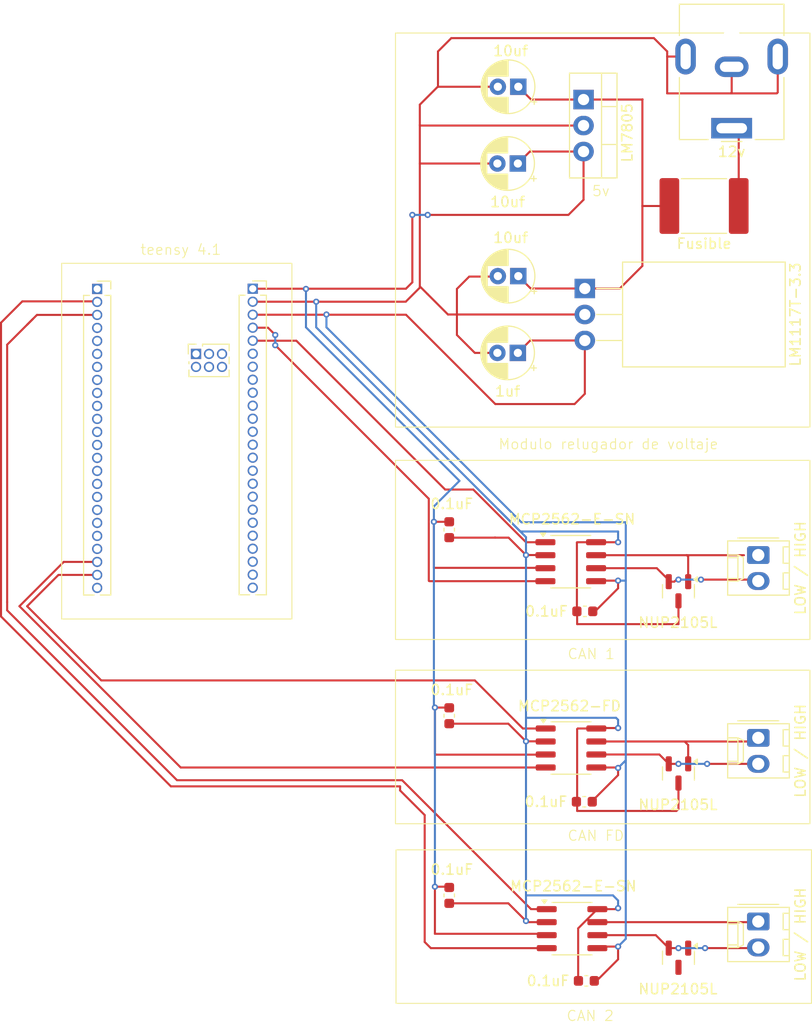
<source format=kicad_pcb>
(kicad_pcb (version 20240108) (generator "pcbnew") (generator_version "8.0")
  (layers (0 "F.Cu" signal) (31 "B.Cu" signal) (34 "B.Paste" user) (35 "F.Paste" user) (36 "B.SilkS" user "B.Silkscreen") (37 "F.SilkS" user "F.Silkscreen") (38 "B.Mask" user) (39 "F.Mask" user) (44 "Edge.Cuts" user))
  (net 0 "")
  (net 1 "unconnected-(U1-TXD-Pad1)")
  (net 2 "unconnected-(U1-Vio-Pad5)")
  (net 3 "unconnected-(U1-CANH-Pad7)")
  (net 4 "unconnected-(U1-RXD-Pad4)")
  (net 5 "unconnected-(U1-CANL-Pad6)")
  (net 6 "unconnected-(U1-STBY-Pad8)")
  (net 8 "unconnected-(U1-VDD-Pad3)")
  (net 9 "unconnected-(D1-K-Pad1)")
  (net 10 "unconnected-(D1-K-Pad2)")
  (net 11 "unconnected-(D1-A-Pad3)")
  (footprint "Connector_Molex:Molex_KK-254_AE-6410-02A_1x02_P2.54mm_Vertical" (layer "F.Cu") (at 177.2 97.86 -90)
    (property "Reference" "LOW / HIGH" (at 1.27 -4.12 90) (layer "F.SilkS"))
    (property "Value" "Molex_KK-254_AE-6410-02A_1x02_P2.54mm_Vertical" (hide yes))
    (pad "1" thru_hole roundrect (at 0 0 270) (size 1.74 2.19) (drill 1.19) (layers "*.Cu" "*.Mask") (roundrect_rratio 0.143678))
    (pad "2" thru_hole oval (at 2.54 0 270) (size 1.74 2.19) (drill 1.19) (layers "*.Cu" "*.Mask"))
  )
  (footprint "Capacitor_THT:CP_Radial_D5.0mm_P2.00mm" (layer "F.Cu") (at 153.705113 41.75 180)
    (property "Reference" "10uf" (at 1 -3.75 180) (layer "F.SilkS"))
    (property "Value" "CP_Radial_D5.0mm_P2.00mm" (hide yes))
    (pad "1" thru_hole rect (at 0 0 180) (size 1.6 1.6) (drill 0.8) (layers "*.Cu" "*.Mask"))
    (pad "2" thru_hole circle (at 2 0 180) (size 1.6 1.6) (drill 0.8) (layers "*.Cu" "*.Mask"))
  )
  (footprint "Package_TO_SOT_SMD:SOT-23" (layer "F.Cu") (at 169.4 119.3375 -90)
    (property "Reference" "NUP2105L" (at 3.0625 0.05 180) (layer "F.SilkS"))
    (property "Value" "")
    (pad "1" smd roundrect (at -0.9375 -0.95 270) (size 1.475 0.6) (layers "F.Cu" "F.Paste" "F.Mask"))
    (pad "2" smd roundrect (at -0.9375 0.95 270) (size 1.475 0.6) (layers "F.Cu" "F.Paste" "F.Mask"))
    (pad "3" smd roundrect (at 0.9375 0 270) (size 1.475 0.6) (layers "F.Cu" "F.Paste" "F.Mask"))
  )
  (footprint "Connector_Molex:Molex_KK-254_AE-6410-02A_1x02_P2.54mm_Vertical" (layer "F.Cu") (at 177.2 115.8 -90)
    (property "Reference" "LOW / HIGH" (at 1.27 -4.12 90) (layer "F.SilkS"))
    (property "Value" "Molex_KK-254_AE-6410-02A_1x02_P2.54mm_Vertical" (hide yes))
    (pad "1" thru_hole roundrect (at 0 0 270) (size 1.74 2.19) (drill 1.19) (layers "*.Cu" "*.Mask") (roundrect_rratio 0.143678))
    (pad "2" thru_hole oval (at 2.54 0 270) (size 1.74 2.19) (drill 1.19) (layers "*.Cu" "*.Mask"))
  )
  (footprint "Capacitor_THT:CP_Radial_D5.0mm_P2.00mm" (layer "F.Cu") (at 153.75 34.25 180)
    (property "Reference" "10uf" (at 0.75 3.5 180) (layer "F.SilkS"))
    (property "Value" "CP_Radial_D5.0mm_P2.00mm" (hide yes))
    (pad "1" thru_hole rect (at 0 0 180) (size 1.6 1.6) (drill 0.8) (layers "*.Cu" "*.Mask"))
    (pad "2" thru_hole circle (at 2 0 180) (size 1.6 1.6) (drill 0.8) (layers "*.Cu" "*.Mask"))
  )
  (footprint "Capacitor_THT:CP_Radial_D5.0mm_P2.00mm" (layer "F.Cu") (at 153.705113 60.25 180)
    (property "Reference" "1uf" (at 1 -3.75 180) (layer "F.SilkS"))
    (property "Value" "CP_Radial_D5.0mm_P2.00mm" (hide yes))
    (pad "1" thru_hole rect (at 0 0 180) (size 1.6 1.6) (drill 0.8) (layers "*.Cu" "*.Mask"))
    (pad "2" thru_hole circle (at 2 0 180) (size 1.6 1.6) (drill 0.8) (layers "*.Cu" "*.Mask"))
  )
  (footprint "Package_TO_SOT_THT:TO-220-3_Vertical" (layer "F.Cu") (at 160.125 35.5 -90)
    (property "Reference" "LM7805" (at 3.25 -4.27 90) (layer "F.SilkS"))
    (property "Value" "LM7805_TO220" (hide yes))
    (pad "1" thru_hole rect (at 0 0 270) (size 1.905 2) (drill 1.1) (layers "*.Cu" "*.Mask"))
    (pad "2" thru_hole oval (at 2.54 0 270) (size 1.905 2) (drill 1.1) (layers "*.Cu" "*.Mask"))
    (pad "3" thru_hole oval (at 5.08 0 270) (size 1.905 2) (drill 1.1) (layers "*.Cu" "*.Mask"))
  )
  (footprint "Connector_PinSocket_1.27mm:PinSocket_1x24_P1.27mm_Vertical" (layer "F.Cu") (at 112.597599 54)
    (property "Reference" "REF**" (hide yes))
    (property "Value" "PinSocket_1x24_P1.27mm_Vertical" (hide yes))
    (pad "1" thru_hole rect (at 0 0) (size 1 1) (drill 0.7) (layers "*.Cu" "*.Mask"))
    (pad "2" thru_hole oval (at 0 1.27) (size 1 1) (drill 0.7) (layers "*.Cu" "*.Mask"))
    (pad "3" thru_hole oval (at 0 2.54) (size 1 1) (drill 0.7) (layers "*.Cu" "*.Mask"))
    (pad "4" thru_hole oval (at 0 3.81) (size 1 1) (drill 0.7) (layers "*.Cu" "*.Mask"))
    (pad "5" thru_hole oval (at 0 5.08) (size 1 1) (drill 0.7) (layers "*.Cu" "*.Mask"))
    (pad "6" thru_hole oval (at 0 6.35) (size 1 1) (drill 0.7) (layers "*.Cu" "*.Mask"))
    (pad "7" thru_hole oval (at 0 7.62) (size 1 1) (drill 0.7) (layers "*.Cu" "*.Mask"))
    (pad "8" thru_hole oval (at 0 8.89) (size 1 1) (drill 0.7) (layers "*.Cu" "*.Mask"))
    (pad "9" thru_hole oval (at 0 10.16) (size 1 1) (drill 0.7) (layers "*.Cu" "*.Mask"))
    (pad "10" thru_hole oval (at 0 11.43) (size 1 1) (drill 0.7) (layers "*.Cu" "*.Mask"))
    (pad "11" thru_hole oval (at 0 12.7) (size 1 1) (drill 0.7) (layers "*.Cu" "*.Mask"))
    (pad "12" thru_hole oval (at 0 13.97) (size 1 1) (drill 0.7) (layers "*.Cu" "*.Mask"))
    (pad "13" thru_hole oval (at 0 15.24) (size 1 1) (drill 0.7) (layers "*.Cu" "*.Mask"))
    (pad "14" thru_hole oval (at 0 16.51) (size 1 1) (drill 0.7) (layers "*.Cu" "*.Mask"))
    (pad "15" thru_hole oval (at 0 17.78) (size 1 1) (drill 0.7) (layers "*.Cu" "*.Mask"))
    (pad "16" thru_hole oval (at 0 19.05) (size 1 1) (drill 0.7) (layers "*.Cu" "*.Mask"))
    (pad "17" thru_hole oval (at 0 20.32) (size 1 1) (drill 0.7) (layers "*.Cu" "*.Mask"))
    (pad "18" thru_hole oval (at 0 21.59) (size 1 1) (drill 0.7) (layers "*.Cu" "*.Mask"))
    (pad "19" thru_hole oval (at 0 22.86) (size 1 1) (drill 0.7) (layers "*.Cu" "*.Mask"))
    (pad "20" thru_hole oval (at 0 24.13) (size 1 1) (drill 0.7) (layers "*.Cu" "*.Mask"))
    (pad "21" thru_hole oval (at 0 25.4) (size 1 1) (drill 0.7) (layers "*.Cu" "*.Mask"))
    (pad "22" thru_hole oval (at 0 26.67) (size 1 1) (drill 0.7) (layers "*.Cu" "*.Mask"))
    (pad "23" thru_hole oval (at 0 27.94) (size 1 1) (drill 0.7) (layers "*.Cu" "*.Mask"))
    (pad "24" thru_hole oval (at 0 29.21) (size 1 1) (drill 0.7) (layers "*.Cu" "*.Mask"))
  )
  (footprint "Capacitor_SMD:C_0603_1608Metric" (layer "F.Cu") (at 160.4 121.6)
    (property "Reference" "0.1uF" (at -3.75 0 0) (layer "F.SilkS"))
    (property "Value" "C_0603_1608Metric" (hide yes))
    (pad "1" smd roundrect (at -0.775 0) (size 0.9 0.95) (layers "F.Cu" "F.Paste" "F.Mask"))
    (pad "2" smd roundrect (at 0.775 0) (size 0.9 0.95) (layers "F.Cu" "F.Paste" "F.Mask"))
  )
  (footprint "Package_SO:SOIC-8_3.9x4.9mm_P1.27mm" (layer "F.Cu") (at 158.9 98.85)
    (property "Reference" "MCP2562-FD" (at -0.15 -4.1 0) (layer "F.SilkS"))
    (property "Value" "MCP2562-E-SN" (hide yes))
    (pad "1" smd roundrect (at -2.475 -1.905) (size 1.95 0.6) (layers "F.Cu" "F.Paste" "F.Mask"))
    (pad "2" smd roundrect (at -2.475 -0.635) (size 1.95 0.6) (layers "F.Cu" "F.Paste" "F.Mask"))
    (pad "3" smd roundrect (at -2.475 0.635) (size 1.95 0.6) (layers "F.Cu" "F.Paste" "F.Mask"))
    (pad "4" smd roundrect (at -2.475 1.905) (size 1.95 0.6) (layers "F.Cu" "F.Paste" "F.Mask"))
    (pad "5" smd roundrect (at 2.475 1.905) (size 1.95 0.6) (layers "F.Cu" "F.Paste" "F.Mask"))
    (pad "6" smd roundrect (at 2.475 0.635) (size 1.95 0.6) (layers "F.Cu" "F.Paste" "F.Mask"))
    (pad "7" smd roundrect (at 2.475 -0.635) (size 1.95 0.6) (layers "F.Cu" "F.Paste" "F.Mask"))
    (pad "8" smd roundrect (at 2.475 -1.905) (size 1.95 0.6) (layers "F.Cu" "F.Paste" "F.Mask"))
  )
  (footprint "Connector_PinSocket_1.27mm:PinSocket_2x03_P1.27mm_Vertical" (layer "F.Cu") (at 122.257599 60.35 90)
    (property "Reference" "REF**" (hide yes))
    (property "Value" "PinSocket_2x03_P1.27mm_Vertical" (hide yes))
    (pad "1" thru_hole rect (at 0 0 90) (size 1 1) (drill 0.7) (layers "*.Cu" "*.Mask"))
    (pad "2" thru_hole oval (at -1.27 0 90) (size 1 1) (drill 0.7) (layers "*.Cu" "*.Mask"))
    (pad "3" thru_hole oval (at 0 1.27 90) (size 1 1) (drill 0.7) (layers "*.Cu" "*.Mask"))
    (pad "4" thru_hole oval (at -1.27 1.27 90) (size 1 1) (drill 0.7) (layers "*.Cu" "*.Mask"))
    (pad "5" thru_hole oval (at 0 2.54 90) (size 1 1) (drill 0.7) (layers "*.Cu" "*.Mask"))
    (pad "6" thru_hole oval (at -1.27 2.54 90) (size 1 1) (drill 0.7) (layers "*.Cu" "*.Mask"))
  )
  (footprint "Package_TO_SOT_SMD:SOT-23" (layer "F.Cu") (at 169.4 101.3375 -90)
    (property "Reference" "NUP2105L" (at 3.0625 0.05 180) (layer "F.SilkS"))
    (property "Value" "")
    (pad "1" smd roundrect (at -0.9375 -0.95 270) (size 1.475 0.6) (layers "F.Cu" "F.Paste" "F.Mask"))
    (pad "2" smd roundrect (at -0.9375 0.95 270) (size 1.475 0.6) (layers "F.Cu" "F.Paste" "F.Mask"))
    (pad "3" smd roundrect (at 0.9375 0 270) (size 1.475 0.6) (layers "F.Cu" "F.Paste" "F.Mask"))
  )
  (footprint "Connector_PinSocket_1.27mm:PinSocket_1x24_P1.27mm_Vertical" (layer "F.Cu") (at 127.797599 53.98)
    (property "Reference" "REF**" (hide yes))
    (property "Value" "PinSocket_1x24_P1.27mm_Vertical" (hide yes))
    (pad "1" thru_hole rect (at 0 0) (size 1 1) (drill 0.7) (layers "*.Cu" "*.Mask"))
    (pad "2" thru_hole oval (at 0 1.27) (size 1 1) (drill 0.7) (layers "*.Cu" "*.Mask"))
    (pad "3" thru_hole oval (at 0 2.54) (size 1 1) (drill 0.7) (layers "*.Cu" "*.Mask"))
    (pad "4" thru_hole oval (at 0 3.81) (size 1 1) (drill 0.7) (layers "*.Cu" "*.Mask"))
    (pad "5" thru_hole oval (at 0 5.08) (size 1 1) (drill 0.7) (layers "*.Cu" "*.Mask"))
    (pad "6" thru_hole oval (at 0 6.35) (size 1 1) (drill 0.7) (layers "*.Cu" "*.Mask"))
    (pad "7" thru_hole oval (at 0 7.62) (size 1 1) (drill 0.7) (layers "*.Cu" "*.Mask"))
    (pad "8" thru_hole oval (at 0 8.89) (size 1 1) (drill 0.7) (layers "*.Cu" "*.Mask"))
    (pad "9" thru_hole oval (at 0 10.16) (size 1 1) (drill 0.7) (layers "*.Cu" "*.Mask"))
    (pad "10" thru_hole oval (at 0 11.43) (size 1 1) (drill 0.7) (layers "*.Cu" "*.Mask"))
    (pad "11" thru_hole oval (at 0 12.7) (size 1 1) (drill 0.7) (layers "*.Cu" "*.Mask"))
    (pad "12" thru_hole oval (at 0 13.97) (size 1 1) (drill 0.7) (layers "*.Cu" "*.Mask"))
    (pad "13" thru_hole oval (at 0 15.24) (size 1 1) (drill 0.7) (layers "*.Cu" "*.Mask"))
    (pad "14" thru_hole oval (at 0 16.51) (size 1 1) (drill 0.7) (layers "*.Cu" "*.Mask"))
    (pad "15" thru_hole oval (at 0 17.78) (size 1 1) (drill 0.7) (layers "*.Cu" "*.Mask"))
    (pad "16" thru_hole oval (at 0 19.05) (size 1 1) (drill 0.7) (layers "*.Cu" "*.Mask"))
    (pad "17" thru_hole oval (at 0 20.32) (size 1 1) (drill 0.7) (layers "*.Cu" "*.Mask"))
    (pad "18" thru_hole oval (at 0 21.59) (size 1 1) (drill 0.7) (layers "*.Cu" "*.Mask"))
    (pad "19" thru_hole oval (at 0 22.86) (size 1 1) (drill 0.7) (layers "*.Cu" "*.Mask"))
    (pad "20" thru_hole oval (at 0 24.13) (size 1 1) (drill 0.7) (layers "*.Cu" "*.Mask"))
    (pad "21" thru_hole oval (at 0 25.4) (size 1 1) (drill 0.7) (layers "*.Cu" "*.Mask"))
    (pad "22" thru_hole oval (at 0 26.67) (size 1 1) (drill 0.7) (layers "*.Cu" "*.Mask"))
    (pad "23" thru_hole oval (at 0 27.94) (size 1 1) (drill 0.7) (layers "*.Cu" "*.Mask"))
    (pad "24" thru_hole oval (at 0 29.21) (size 1 1) (drill 0.7) (layers "*.Cu" "*.Mask"))
  )
  (footprint "Capacitor_THT:CP_Radial_D5.0mm_P2.00mm" (layer "F.Cu") (at 153.75 52.75 180)
    (property "Reference" "10uf" (at 0.75 3.75 180) (layer "F.SilkS"))
    (property "Value" "CP_Radial_D5.0mm_P2.00mm" (hide yes))
    (pad "1" thru_hole rect (at 0 0 180) (size 1.6 1.6) (drill 0.8) (layers "*.Cu" "*.Mask"))
    (pad "2" thru_hole circle (at 2 0 180) (size 1.6 1.6) (drill 0.8) (layers "*.Cu" "*.Mask"))
  )
  (footprint "Connector_Molex:Molex_KK-254_AE-6410-02A_1x02_P2.54mm_Vertical" (layer "F.Cu") (at 177.2 80 -90)
    (property "Reference" "LOW / HIGH" (at 1.27 -4.12 90) (layer "F.SilkS"))
    (property "Value" "Molex_KK-254_AE-6410-02A_1x02_P2.54mm_Vertical" (hide yes))
    (pad "1" thru_hole roundrect (at 0 0 270) (size 1.74 2.19) (drill 1.19) (layers "*.Cu" "*.Mask") (roundrect_rratio 0.143678))
    (pad "2" thru_hole oval (at 2.54 0 270) (size 1.74 2.19) (drill 1.19) (layers "*.Cu" "*.Mask"))
  )
  (footprint "Capacitor_SMD:C_0603_1608Metric" (layer "F.Cu") (at 160.25 85.5)
    (property "Reference" "0.1uF" (at -3.75 0 0) (layer "F.SilkS"))
    (property "Value" "C_0603_1608Metric" (hide yes))
    (pad "1" smd roundrect (at -0.775 0) (size 0.9 0.95) (layers "F.Cu" "F.Paste" "F.Mask"))
    (pad "2" smd roundrect (at 0.775 0) (size 0.9 0.95) (layers "F.Cu" "F.Paste" "F.Mask"))
  )
  (footprint "Capacitor_SMD:C_0603_1608Metric" (layer "F.Cu") (at 147 113.25 -90)
    (property "Reference" "0.1uF" (at -2.525 -0.25 180) (layer "F.SilkS"))
    (property "Value" "C_0603_1608Metric" (hide yes))
    (pad "1" smd roundrect (at -0.775 0 270) (size 0.9 0.95) (layers "F.Cu" "F.Paste" "F.Mask"))
    (pad "2" smd roundrect (at 0.775 0 270) (size 0.9 0.95) (layers "F.Cu" "F.Paste" "F.Mask"))
  )
  (footprint "Package_TO_SOT_THT:TO-220-3_Horizontal_TabDown" (layer "F.Cu") (at 160.25 53.96 -90)
    (property "Reference" "LM1117T-3.3" (at 2.54 -20.58 90) (layer "F.SilkS"))
    (property "Value" "LM1117T-3.3")
    (pad "" np_thru_hole oval (at 2.54 -16.66 270) (size 3.5 3.5) (drill 3.5) (layers "F&B.Cu" "*.Mask"))
    (pad "1" thru_hole rect (at 0 0 270) (size 1.905 2) (drill 1.1) (layers "*.Cu" "*.Mask"))
    (pad "2" thru_hole oval (at 2.54 0 270) (size 1.905 2) (drill 1.1) (layers "*.Cu" "*.Mask"))
    (pad "3" thru_hole oval (at 5.08 0 270) (size 1.905 2) (drill 1.1) (layers "*.Cu" "*.Mask"))
  )
  (footprint "Package_TO_SOT_SMD:SOT-23" (layer "F.Cu") (at 169.4 83.5375 -90)
    (property "Reference" "NUP2105L" (at 3.0625 0.05 180) (layer "F.SilkS"))
    (property "Value" "")
    (pad "1" smd roundrect (at -0.9375 -0.95 270) (size 1.475 0.6) (layers "F.Cu" "F.Paste" "F.Mask") (net 9 "unconnected-(D1-K-Pad1)"))
    (pad "2" smd roundrect (at -0.9375 0.95 270) (size 1.475 0.6) (layers "F.Cu" "F.Paste" "F.Mask") (net 10 "unconnected-(D1-K-Pad2)"))
    (pad "3" smd roundrect (at 0.9375 0 270) (size 1.475 0.6) (layers "F.Cu" "F.Paste" "F.Mask") (net 11 "unconnected-(D1-A-Pad3)"))
  )
  (footprint "Package_SO:SOIC-8_3.9x4.9mm_P1.27mm" (layer "F.Cu") (at 158.875 80.65)
    (property "Reference" "MCP2562-E-SN" (at 0.125 -4.15 0) (layer "F.SilkS"))
    (property "Value" "MCP2562-E-SN" (hide yes))
    (pad "1" smd roundrect (at -2.475 -1.905) (size 1.95 0.6) (layers "F.Cu" "F.Paste" "F.Mask") (net 1 "unconnected-(U1-TXD-Pad1)"))
    (pad "2" smd roundrect (at -2.475 -0.635) (size 1.95 0.6) (layers "F.Cu" "F.Paste" "F.Mask"))
    (pad "3" smd roundrect (at -2.475 0.635) (size 1.95 0.6) (layers "F.Cu" "F.Paste" "F.Mask") (net 8 "unconnected-(U1-VDD-Pad3)"))
    (pad "4" smd roundrect (at -2.475 1.905) (size 1.95 0.6) (layers "F.Cu" "F.Paste" "F.Mask") (net 4 "unconnected-(U1-RXD-Pad4)"))
    (pad "5" smd roundrect (at 2.475 1.905) (size 1.95 0.6) (layers "F.Cu" "F.Paste" "F.Mask") (net 2 "unconnected-(U1-Vio-Pad5)"))
    (pad "6" smd roundrect (at 2.475 0.635) (size 1.95 0.6) (layers "F.Cu" "F.Paste" "F.Mask") (net 5 "unconnected-(U1-CANL-Pad6)"))
    (pad "7" smd roundrect (at 2.475 -0.635) (size 1.95 0.6) (layers "F.Cu" "F.Paste" "F.Mask") (net 3 "unconnected-(U1-CANH-Pad7)"))
    (pad "8" smd roundrect (at 2.475 -1.905) (size 1.95 0.6) (layers "F.Cu" "F.Paste" "F.Mask") (net 6 "unconnected-(U1-STBY-Pad8)"))
  )
  (footprint "Capacitor_SMD:C_0603_1608Metric" (layer "F.Cu") (at 147 95.7 -90)
    (property "Reference" "0.1uF" (at -2.525 -0.25 180) (layer "F.SilkS"))
    (property "Value" "C_0603_1608Metric" (hide yes))
    (pad "1" smd roundrect (at -0.775 0 270) (size 0.9 0.95) (layers "F.Cu" "F.Paste" "F.Mask"))
    (pad "2" smd roundrect (at 0.775 0 270) (size 0.9 0.95) (layers "F.Cu" "F.Paste" "F.Mask"))
  )
  (footprint "Capacitor_SMD:C_0603_1608Metric" (layer "F.Cu") (at 160.2 104.1)
    (property "Reference" "0.1uF" (at -3.75 0 0) (layer "F.SilkS"))
    (property "Value" "C_0603_1608Metric" (hide yes))
    (pad "1" smd roundrect (at -0.775 0) (size 0.9 0.95) (layers "F.Cu" "F.Paste" "F.Mask"))
    (pad "2" smd roundrect (at 0.775 0) (size 0.9 0.95) (layers "F.Cu" "F.Paste" "F.Mask"))
  )
  (footprint "Package_SO:SOIC-8_3.9x4.9mm_P1.27mm" (layer "F.Cu") (at 159 116.5)
    (property "Reference" "MCP2562-E-SN" (at 0.125 -4.15 0) (layer "F.SilkS"))
    (property "Value" "MCP2562-E-SN" (hide yes))
    (pad "1" smd roundrect (at -2.475 -1.905) (size 1.95 0.6) (layers "F.Cu" "F.Paste" "F.Mask"))
    (pad "2" smd roundrect (at -2.475 -0.635) (size 1.95 0.6) (layers "F.Cu" "F.Paste" "F.Mask"))
    (pad "3" smd roundrect (at -2.475 0.635) (size 1.95 0.6) (layers "F.Cu" "F.Paste" "F.Mask"))
    (pad "4" smd roundrect (at -2.475 1.905) (size 1.95 0.6) (layers "F.Cu" "F.Paste" "F.Mask"))
    (pad "5" smd roundrect (at 2.475 1.905) (size 1.95 0.6) (layers "F.Cu" "F.Paste" "F.Mask"))
    (pad "6" smd roundrect (at 2.475 0.635) (size 1.95 0.6) (layers "F.Cu" "F.Paste" "F.Mask"))
    (pad "7" smd roundrect (at 2.475 -0.635) (size 1.95 0.6) (layers "F.Cu" "F.Paste" "F.Mask"))
    (pad "8" smd roundrect (at 2.475 -1.905) (size 1.95 0.6) (layers "F.Cu" "F.Paste" "F.Mask"))
  )
  (footprint "Fuse:Fuse_2920_7451Metric" (layer "F.Cu") (at 171.9 45.9 180)
    (property "Reference" "Fusible" (at 0 -3.68 180) (layer "F.SilkS"))
    (property "Value" "Fuse_2920_7451Metric" (hide yes))
    (pad "1" smd roundrect (at -3.3875 0 180) (size 1.925 5.45) (layers "F.Cu" "F.Paste" "F.Mask") (roundrect_rratio 0.12987))
    (pad "2" smd roundrect (at 3.3875 0 180) (size 1.925 5.45) (layers "F.Cu" "F.Paste" "F.Mask") (roundrect_rratio 0.12987))
  )
  (footprint "Connector_BarrelJack:BarrelJack_CUI_PJ-063AH_Horizontal" (layer "F.Cu") (at 174.6 38.3 180)
    (property "Reference" "12v" (at 0 -2.3 180) (layer "F.SilkS"))
    (property "Value" "BarrelJack_CUI_PJ-063AH_Horizontal" (hide yes))
    (pad "" np_thru_hole circle (at 0 9 180) (size 1.6 1.6) (drill 1.6) (layers "*.Cu" "*.Mask"))
    (pad "1" thru_hole rect (at 0 0 180) (size 4 2) (drill oval 3 1) (layers "*.Cu" "*.Mask"))
    (pad "2" thru_hole oval (at 0 6 180) (size 3.3 2) (drill oval 2.3 1) (layers "*.Cu" "*.Mask"))
    (pad "MP" thru_hole oval (at -4.5 7 180) (size 2 3.5) (drill oval 1 2.5) (layers "*.Cu" "*.Mask"))
    (pad "MP" thru_hole oval (at 4.5 7 180) (size 2 3.5) (drill oval 1 2.5) (layers "*.Cu" "*.Mask"))
  )
  (footprint "Capacitor_SMD:C_0603_1608Metric" (layer "F.Cu") (at 147 77.525 -90)
    (property "Reference" "0.1uF" (at -2.525 -0.25 180) (layer "F.SilkS"))
    (property "Value" "C_0603_1608Metric" (hide yes))
    (pad "1" smd roundrect (at -0.775 0 270) (size 0.9 0.95) (layers "F.Cu" "F.Paste" "F.Mask"))
    (pad "2" smd roundrect (at 0.775 0 270) (size 0.9 0.95) (layers "F.Cu" "F.Paste" "F.Mask"))
  )
  (gr_rect (start 109.125 51.5) (end 131.625 86.25) (stroke (width 0.1)) (fill none) (layer "F.SilkS"))
  (gr_rect (start 141.75 70.75) (end 182.25 88.25) (stroke (width 0.1)) (fill none) (layer "F.SilkS"))
  (gr_rect (start 141.75 29) (end 182.25 67.5) (stroke (width 0.1)) (fill none) (layer "F.SilkS"))
  (gr_rect (start 141.8 108.8) (end 182.4 123.8) (stroke (width 0.1)) (fill none) (layer "F.SilkS"))
  (gr_rect (start 141.75 91.25) (end 182.25 106.25) (stroke (width 0.1)) (fill none) (layer "F.SilkS"))
  (gr_text "CAN FD\n" (at 158.5 108 0) (layer "F.SilkS") (effects (font (size 1 1) (thickness 0.1)) (justify left bottom)))
  (gr_text "teensy 4.1" (at 116.75 50.75 0) (layer "F.SilkS") (effects (font (size 1 1) (thickness 0.1)) (justify left bottom)))
  (gr_text "Modulo relugador de voltaje\n" (at 151.75 69.75 0) (layer "F.SilkS") (effects (font (size 1 1) (thickness 0.1)) (justify left bottom)))
  (gr_text "CAN 1" (at 158.5 90.25 0) (layer "F.SilkS") (effects (font (size 1 1) (thickness 0.1)) (justify left bottom)))
  (gr_text "5v" (at 160.895 45.02 0) (layer "F.SilkS") (effects (font (size 1 1) (thickness 0.1)) (justify left bottom)))
  (gr_text "CAN 2\n" (at 158.4 125.6 0) (layer "F.SilkS") (effects (font (size 1 1) (thickness 0.1)) (justify left bottom)))
  (segment (start 154.96 53.96) (end 153.75 52.75) (width 0.2) (layer "F.Cu") (net 0))
  (segment (start 174.6 38.3) (end 175.2875 38.9875) (width 0.2) (layer "F.Cu") (net 0))
  (segment (start 170.35 98.565) (end 170 98.215) (width 0.2) (layer "F.Cu") (net 0))
  (segment (start 168.5125 45.9) (end 165.875 45.9) (width 0.2) (layer "F.Cu") (net 0))
  (segment (start 165.895 35.48) (end 165.875 35.5) (width 0.2) (layer "F.Cu") (net 0))
  (segment (start 144.6 117.8) (end 144.6 105.4) (width 0.2) (layer "F.Cu") (net 0))
  (segment (start 176.845 98.215) (end 177.2 97.86) (width 0.2) (layer "F.Cu") (net 0))
  (segment (start 156.525 118.405) (end 145.205 118.405) (width 0.2) (layer "F.Cu") (net 0))
  (segment (start 163.405 114.595) (end 161.475 114.595) (width 0.2) (layer "F.Cu") (net 0))
  (segment (start 154.615 115.865) (end 154.5 115.75) (width 0.2) (layer "F.Cu") (net 0))
  (segment (start 161.475 117.135) (end 167.185 117.135) (width 0.2) (layer "F.Cu") (net 0))
  (segment (start 161.475 115.865) (end 177.135 115.865) (width 0.2) (layer "F.Cu") (net 0))
  (segment (start 106.71 56.54) (end 112.597599 56.54) (width 0.2) (layer "F.Cu") (net 0))
  (segment (start 154.195 96.945) (end 149.5 92.25) (width 0.2) (layer "F.Cu") (net 0))
  (segment (start 144.6 105.4) (end 143.4 104.2) (width 0.2) (layer "F.Cu") (net 0))
  (segment (start 112.367599 55.5) (end 112.597599 55.27) (width 0.2) (layer "F.Cu") (net 0))
  (segment (start 159.5 104.175) (end 159.5 105) (width 0.2) (layer "F.Cu") (net 0))
  (segment (start 177.06 82.4) (end 177.2 82.54) (width 0.2) (layer "F.Cu") (net 0))
  (segment (start 142.2 103) (end 142.2 102.6) (width 0.2) (layer "F.Cu") (net 0))
  (segment (start 103.2 57.300001) (end 103.2 84.4) (width 0.2) (layer "F.Cu") (net 0))
  (segment (start 170 98.215) (end 176.845 98.215) (width 0.2) (layer "F.Cu") (net 0))
  (segment (start 103.8 85.4) (end 103.8 84.6) (width 0.2) (layer "F.Cu") (net 0))
  (segment (start 172.2 100.4) (end 177.2 100.4) (width 0.2) (layer "F.Cu") (net 0))
  (segment (start 105.75 57.5) (end 106.71 56.54) (width 0.2) (layer "F.Cu") (net 0))
  (segment (start 105.75 85) (end 108.81 81.94) (width 0.2) (layer "F.Cu") (net 0))
  (segment (start 163.5 96.9) (end 161.42 96.9) (width 0.2) (layer "F.Cu") (net 0))
  (segment (start 120.4 102) (end 103.8 85.4) (width 0.2) (layer "F.Cu") (net 0))
  (segment (start 168.45 118.4) (end 169.4 118.4) (width 0.2) (layer "F.Cu") (net 0))
  (segment (start 112.544757 55.217158) (end 105.282843 55.217158) (width 0.2) (layer "F.Cu") (net 0))
  (segment (start 103.8 84.6) (end 103.8 59.45) (width 0.2) (layer "F.Cu") (net 0))
  (segment (start 108.81 81.94) (end 112.597599 81.94) (width 0.2) (layer "F.Cu") (net 0))
  (segment (start 177.135 115.865) (end 177.2 115.8) (width 0.2) (layer "F.Cu") (net 0))
  (segment (start 171.6 82.4) (end 177.06 82.4) (width 0.2) (layer "F.Cu") (net 0))
  (segment (start 160.25 53.96) (end 154.96 53.96) (width 0.2) (layer "F.Cu") (net 0))
  (segment (start 165.875 45.9) (end 165.875 51.75) (width 0.2) (layer "F.Cu") (net 0))
  (segment (start 154.995 114.595) (end 151.4 111) (width 0.2) (layer "F.Cu") (net 0))
  (segment (start 168.45 100.4) (end 169.4 100.4) (width 0.2) (layer "F.Cu") (net 0))
  (segment (start 163.665 53.96) (end 160.25 53.96) (width 0.2) (layer "F.Cu") (net 0))
  (segment (start 177.14 118.4) (end 177.2 118.34) (width 0.2) (layer "F.Cu") (net 0))
  (segment (start 156.425 96.945) (end 154.195 96.945) (width 0.2) (layer "F.Cu") (net 0))
  (segment (start 112.597599 55.27) (end 112.544757 55.217158) (width 0.2) (layer "F.Cu") (net 0))
  (segment (start 165.875 35.5) (end 165.875 45.9) (width 0.2) (layer "F.Cu") (net 0))
  (segment (start 156.525 114.595) (end 154.995 114.595) (width 0.2) (layer "F.Cu") (net 0))
  (segment (start 149.5 92.25) (end 113 92.25) (width 0.2) (layer "F.Cu") (net 0))
  (segment (start 161.375 98.215) (end 170 98.215) (width 0.2) (layer "F.Cu") (net 0))
  (segment (start 143.4 104.2) (end 142.2 103) (width 0.2) (layer "F.Cu") (net 0))
  (segment (start 105.282843 55.217158) (end 103.2 57.300001) (width 0.2) (layer "F.Cu") (net 0))
  (segment (start 160.125 35.5) (end 155 35.5) (width 0.2) (layer "F.Cu") (net 0))
  (segment (start 113 92.25) (end 105.75 85) (width 0.2) (layer "F.Cu") (net 0))
  (segment (start 161.42 96.9) (end 161.375 96.945) (width 0.2) (layer "F.Cu") (net 0))
  (segment (start 159.475 78.775) (end 159.5 78.75) (width 0.2) (layer "F.Cu") (net 0))
  (segment (start 152.775 114.025) (end 154.5 115.75) (width 0.2) (layer "F.Cu") (net 0))
  (segment (start 160.125 35.5) (end 165.875 35.5) (width 0.2) (layer "F.Cu") (net 0))
  (segment (start 167.185 117.135) (end 168.45 118.4) (width 0.2) (layer "F.Cu") (net 0))
  (segment (start 151.4 111) (end 142.4 102) (width 0.2) (layer "F.Cu") (net 0))
  (segment (start 147 114.025) (end 152.775 114.025) (width 0.2) (layer "F.Cu") (net 0))
  (segment (start 109.33 80.67) (end 112.597599 80.67) (width 0.2) (layer "F.Cu") (net 0))
  (segment (start 142.2 102.6) (end 119.8 102.6) (width 0.2) (layer "F.Cu") (net 0))
  (segment (start 169.4 104.8) (end 169.2 105) (width 0.2) (layer "F.Cu") (net 0))
  (segment (start 120.755 100.755) (end 156.425 100.755) (width 0.2) (layer "F.Cu") (net 0))
  (segment (start 159.6 116.47) (end 159.6 121.575) (width 0.2) (layer "F.Cu") (net 0))
  (segment (start 163.5 114.5) (end 163.405 114.595) (width 0.2) (layer "F.Cu") (net 0))
  (segment (start 119.8 102.6) (end 118.8 101.6) (width 0.2) (layer "F.Cu") (net 0))
  (segment (start 155 35.5) (end 153.75 34.25) (width 0.2) (layer "F.Cu") (net 0))
  (segment (start 105 85) (end 109.33 80.67) (width 0.2) (layer "F.Cu") (net 0))
  (segment (start 159.5 97) (end 159.5 104.025) (width 0.2) (layer "F.Cu") (net 0))
  (segment (start 159.6 121.575) (end 159.625 121.6) (width 0.2) (layer "F.Cu") (net 0))
  (segment (start 142.4 102) (end 120.4 102) (width 0.2) (layer "F.Cu") (net 0))
  (segment (start 161.375 99.485) (end 167.535 99.485) (width 0.2) (layer "F.Cu") (net 0))
  (segment (start 118.8 101.6) (end 103.2 86) (width 0.2) (layer "F.Cu") (net 0))
  (segment (start 156.525 115.865) (end 154.615 115.865) (width 0.2) (layer "F.Cu") (net 0))
  (segment (start 159.5 105) (end 169.2 105) (width 0.2) (layer "F.Cu") (net 0))
  (segment (start 169.4 102.275) (end 169.4 104.8) (width 0.2) (layer "F.Cu") (net 0))
  (segment (start 103.8 59.45) (end 106.325 56.925) (width 0.2) (layer "F.Cu") (net 0))
  (segment (start 159.425 104.1) (end 159.5 104.175) (width 0.2) (layer "F.Cu") (net 0))
  (segment (start 156.41 98.2) (end 156.425 98.215) (width 0.2) (layer "F.Cu") (net 0))
  (segment (start 170.35 100.4) (end 170.35 98.565) (width 0.2) (layer "F.Cu") (net 0))
  (segment (start 167.535 99.485) (end 168.45 100.4) (width 0.2) (layer "F.Cu") (net 0))
  (segment (start 159.5 104.025) (end 159.425 104.1) (width 0.2) (layer "F.Cu") (net 0))
  (segment (start 105 85) (end 120.755 100.755) (width 0.2) (layer "F.Cu") (net 0))
  (segment (start 159.555 96.945) (end 159.5 97) (width 0.2) (layer "F.Cu") (net 0))
  (segment (start 172 118.4) (end 177.14 118.4) (width 0.2) (layer "F.Cu") (net 0))
  (segment (start 103.2 86) (end 103.2 84.4) (width 0.2) (layer "F.Cu") (net 0))
  (segment (start 165.875 51.75) (end 163.665 53.96) (width 0.2) (layer "F.Cu") (net 0))
  (segment (start 152.775 96.475) (end 147 96.475) (width 0.2) (layer "F.Cu") (net 0))
  (segment (start 175.2875 38.9875) (end 175.2875 45.9) (width 0.2) (layer "F.Cu") (net 0))
  (segment (start 161.375 96.945) (end 159.555 96.945) (width 0.2) (layer "F.Cu") (net 0))
  (segment (start 145.205 118.405) (end 144.6 117.8) (width 0.2) (layer "F.Cu") (net 0))
  (segment (start 154.5 98.2) (end 156.41 98.2) (width 0.2) (layer "F.Cu") (net 0))
  (segment (start 154.5 98.2) (end 152.775 96.475) (width 0.2) (layer "F.Cu") (net 0))
  (segment (start 159.475 85.5) (end 159.475 78.775) (width 0.2) (layer "F.Cu") (net 0))
  (segment (start 161.475 114.595) (end 159.6 116.47) (width 0.2) (layer "F.Cu") (net 0))
  (via (at 163.5 96.9) (size 0.6) (drill 0.3) (layers "F.Cu" "B.Cu") (net 0))
  (via (at 154.5 115.75) (size 0.6) (drill 0.3) (layers "F.Cu" "B.Cu") (net 0))
  (via (at 172 118.4) (size 0.6) (drill 0.3) (layers "F.Cu" "B.Cu") (net 0))
  (via (at 171.6 82.4) (size 0.6) (drill 0.3) (layers "F.Cu" "B.Cu") (net 0))
  (via (at 169.4 118.4) (size 0.6) (drill 0.3) (layers "F.Cu" "B.Cu") (net 0))
  (via (at 172.2 100.4) (size 0.6) (drill 0.3) (layers "F.Cu" "B.Cu") (net 0))
  (via (at 163.5 114.5) (size 0.6) (drill 0.3) (layers "F.Cu" "B.Cu") (net 0))
  (via (at 154.5 98.2) (size 0.6) (drill 0.3) (layers "F.Cu" "B.Cu") (net 0))
  (via (at 169.4 82.4) (size 0.6) (drill 0.3) (layers "F.Cu" "B.Cu") (net 0))
  (via (at 169.4 100.4) (size 0.6) (drill 0.3) (layers "F.Cu" "B.Cu") (net 0))
  (segment (start 169.4 100.4) (end 172.2 100.4) (width 0.2) (layer "B.Cu") (net 0))
  (segment (start 169.4 82.4) (end 171.6 82.4) (width 0.2) (layer "B.Cu") (net 0))
  (segment (start 163.5 96.1) (end 163.3 95.9) (width 0.2) (layer "B.Cu") (net 0))
  (segment (start 154.5 113.25) (end 154.5 115.75) (width 0.2) (layer "B.Cu") (net 0))
  (segment (start 163.5 96.9) (end 163.5 96.1) (width 0.2) (layer "B.Cu") (net 0))
  (segment (start 169.4 118.4) (end 172 118.4) (width 0.2) (layer "B.Cu") (net 0))
  (segment (start 154.5 98.2) (end 154.5 113.25) (width 0.2) (layer "B.Cu") (net 0))
  (segment (start 154.5 113.25) (end 163 113.25) (width 0.2) (layer "B.Cu") (net 0))
  (segment (start 163.5 113.75) (end 163.5 114.5) (width 0.2) (layer "B.Cu") (net 0))
  (segment (start 163 113.25) (end 163.5 113.75) (width 0.2) (layer "B.Cu") (net 0))
  (segment (start 149.35 73.6) (end 154.5 78.75) (width 0.2) (layer "F.Cu") (net 1))
  (segment (start 156.395 78.75) (end 156.4 78.745) (width 0.2) (layer "F.Cu") (net 1))
  (segment (start 132.06 59.06) (end 146.6 73.6) (width 0.2) (layer "F.Cu") (net 1))
  (segment (start 154.5 78.75) (end 156.395 78.75) (width 0.2) (layer "F.Cu") (net 1))
  (segment (start 146.6 73.6) (end 149.35 73.6) (width 0.2) (layer "F.Cu") (net 1))
  (segment (start 127.797599 59.06) (end 132.06 59.06) (width 0.2) (layer "F.Cu") (net 1))
  (segment (start 163.455 100.755) (end 163.5 100.8) (width 0.2) (layer "F.Cu") (net 2))
  (segment (start 163.5 83.25) (end 161.25 85.5) (width 0.2) (layer "F.Cu") (net 2))
  (segment (start 163.5 82.5) (end 163.5 83.25) (width 0.2) (layer "F.Cu") (net 2))
  (segment (start 163.5 119.5) (end 161.6 121.4) (width 0.2) (layer "F.Cu") (net 2))
  (segment (start 135 56.5) (end 135.02 56.52) (width 0.2) (layer "F.Cu") (net 2))
  (segment (start 154.915113 59.04) (end 153.705113 60.25) (width 0.2) (layer "F.Cu") (net 2))
  (segment (start 160.25 59.04) (end 154.915113 59.04) (width 0.2) (layer "F.Cu") (net 2))
  (segment (start 163.5 118.25) (end 163.5 119.5) (width 0.2) (layer "F.Cu") (net 2))
  (segment (start 142.77 56.52) (end 151.5 65.25) (width 0.2) (layer "F.Cu") (net 2))
  (segment (start 159.25 65.25) (end 160.25 64.25) (width 0.2) (layer "F.Cu") (net 2))
  (segment (start 163.5 100.8) (end 163.5 101.5) (width 0.2) (layer "F.Cu") (net 2))
  (segment (start 163.5 82.5) (end 161.95 82.5) (width 0.2) (layer "F.Cu") (net 2))
  (segment (start 161.375 100.755) (end 163.455 100.755) (width 0.2) (layer "F.Cu") (net 2))
  (segment (start 135 56.5) (end 134.98 56.52) (width 0.2) (layer "F.Cu") (net 2))
  (segment (start 160.25 64.25) (end 160.25 59) (width 0.2) (layer "F.Cu") (net 2))
  (segment (start 163.5 101.5) (end 161 104) (width 0.2) (layer "F.Cu") (net 2))
  (segment (start 135.02 56.52) (end 142.77 56.52) (width 0.2) (layer "F.Cu") (net 2))
  (segment (start 161.95 82.5) (end 161.9 82.55) (width 0.2) (layer "F.Cu") (net 2))
  (segment (start 134.98 56.52) (end 127.797599 56.52) (width 0.2) (layer "F.Cu") (net 2))
  (segment (start 161.475 118.405) (end 161.63 118.25) (width 0.2) (layer "F.Cu") (net 2))
  (segment (start 151.5 65.25) (end 159.25 65.25) (width 0.2) (layer "F.Cu") (net 2))
  (segment (start 161.63 118.25) (end 163.5 118.25) (width 0.2) (layer "F.Cu") (net 2))
  (via (at 163.5 82.5) (size 0.6) (drill 0.3) (layers "F.Cu" "B.Cu") (net 2))
  (via (at 163.5 100.8) (size 0.6) (drill 0.3) (layers "F.Cu" "B.Cu") (net 2))
  (via (at 163.5 118.25) (size 0.6) (drill 0.3) (layers "F.Cu" "B.Cu") (net 2))
  (via (at 135 56.5) (size 0.6) (drill 0.3) (layers "F.Cu" "B.Cu") (net 2))
  (segment (start 164.25 76.8) (end 164.25 82.5) (width 0.2) (layer "B.Cu") (net 2))
  (segment (start 164.25 117.5) (end 163.5 118.25) (width 0.2) (layer "B.Cu") (net 2))
  (segment (start 164.25 100.05) (end 164.25 82.5) (width 0.2) (layer "B.Cu") (net 2))
  (segment (start 164.25 100.05) (end 164.25 117.5) (width 0.2) (layer "B.Cu") (net 2))
  (segment (start 135 56.5) (end 135 57.75) (width 0.2) (layer "B.Cu") (net 2))
  (segment (start 135 57.75) (end 154.05 76.8) (width 0.2) (layer "B.Cu") (net 2))
  (segment (start 164.25 82.5) (end 163.5 82.5) (width 0.2) (layer "B.Cu") (net 2))
  (segment (start 154.05 76.8) (end 164.25 76.8) (width 0.2) (layer "B.Cu") (net 2))
  (segment (start 163.5 100.8) (end 164.25 100.05) (width 0.2) (layer "B.Cu") (net 2))
  (segment (start 176.585 80.015) (end 176.6 80) (width 0.2) (layer "F.Cu") (net 3))
  (segment (start 161.35 80.015) (end 175.8 80.015) (width 0.2) (layer "F.Cu") (net 3))
  (segment (start 145.055 82.555) (end 145 82.5) (width 0.2) (layer "F.Cu") (net 4))
  (segment (start 145 74.5) (end 145 82.5) (width 0.2) (layer "F.Cu") (net 4))
  (segment (start 130 59.5) (end 145 74.5) (width 0.2) (layer "F.Cu") (net 4))
  (segment (start 156.4 82.555) (end 145.055 82.555) (width 0.2) (layer "F.Cu") (net 4))
  (segment (start 130 58.5) (end 129.29 57.79) (width 0.2) (layer "F.Cu") (net 4))
  (segment (start 127.837599 57.75) (end 127.797599 57.79) (width 0.2) (layer "F.Cu") (net 4))
  (segment (start 129.29 57.79) (end 127.797599 57.79) (width 0.2) (layer "F.Cu") (net 4))
  (via (at 130 59.5) (size 0.6) (drill 0.3) (layers "F.Cu" "B.Cu") (net 4))
  (via (at 130 58.5) (size 0.6) (drill 0.3) (layers "F.Cu" "B.Cu") (net 4))
  (segment (start 130 59.5) (end 130 58.75) (width 0.2) (layer "B.Cu") (net 4))
  (segment (start 167.285 81.285) (end 168.4 82.4) (width 0.2) (layer "F.Cu") (net 5))
  (segment (start 161.35 81.285) (end 167.285 81.285) (width 0.2) (layer "F.Cu") (net 5))
  (segment (start 159.5 78.75) (end 161.345 78.75) (width 0.2) (layer "F.Cu") (net 6))
  (segment (start 161.345 78.75) (end 161.35 78.745) (width 0.2) (layer "F.Cu") (net 6))
  (segment (start 151.705113 60.25) (end 149.5 60.25) (width 0.2) (layer "F.Cu") (net 8))
  (segment (start 156.39 81.25) (end 156.525 81.385) (width 0.2) (layer "F.Cu") (net 8))
  (segment (start 151.475 78.275) (end 151.5 78.3) (width 0.2) (layer "F.Cu") (net 8))
  (segment (start 154.875113 40.58) (end 153.705113 41.75) (width 0.2) (layer "F.Cu") (net 8))
  (segment (start 146.7 94.9) (end 146.8 95) (width 0.2) (layer "F.Cu") (net 8))
  (segment (start 145.6 94.9) (end 146.7 94.9) (width 0.2) (layer "F.Cu") (net 8))
  (segment (start 144.875 54.5) (end 146.875 56.5) (width 0.2) (layer "F.Cu") (net 8))
  (segment (start 145.9 30.8) (end 145.9 34.25) (width 0.2) (layer "F.Cu") (net 8))
  (segment (start 170.1 31.3) (end 168.3 31.3) (width 0.2) (layer "F.Cu") (net 8))
  (segment (start 156.39 117) (end 156.525 117.135) (width 0.2) (layer "F.Cu") (net 8))
  (segment (start 144.125 53.875) (end 142.75 55.25) (width 0.2) (layer "F.Cu") (net 8))
  (segment (start 179 34.9) (end 174.5 34.9) (width 0.2) (layer "F.Cu") (net 8))
  (segment (start 145.6 112.4) (end 145.6 117) (width 0.2) (layer "F.Cu") (net 8))
  (segment (start 147.75 54) (end 148.955113 52.794887) (width 0.2) (layer "F.Cu") (net 8))
  (segment (start 151.705113 41.75) (end 144.125 41.75) (width 0.2) (layer "F.Cu") (net 8))
  (segment (start 144.165 38.04) (end 144.125 38) (width 0.2) (layer "F.Cu") (net 8))
  (segment (start 144.895 46.77) (end 158.645 46.77) (width 0.2) (layer "F.Cu") (net 8))
  (segment (start 145.5 81.25) (end 156.39 81.25) (width 0.2) (layer "F.Cu") (net 8))
  (segment (start 147 76.75) (end 145.5 76.75) (width 0.2) (layer "F.Cu") (net 8))
  (segment (start 174.6 32.3) (end 174.6 34.8) (width 0.2) (layer "F.Cu") (net 8))
  (segment (start 179.1 31.3) (end 179.1 34.8) (width 0.2) (layer "F.Cu") (net 8))
  (segment (start 145.7 99.5) (end 155.9 99.5) (width 0.2) (layer "F.Cu") (net 8))
  (segment (start 174.5 34.9) (end 168.3 34.9) (width 0.2) (layer "F.Cu") (net 8))
  (segment (start 160.125 45.29) (end 160.125 40.58) (width 0.2) (layer "F.Cu") (net 8))
  (segment (start 133 54) (end 132.98 53.98) (width 0.2) (layer "F.Cu") (net 8))
  (segment (start 154.5 80) (end 155.95 80) (width 0.2) (layer "F.Cu") (net 8))
  (segment (start 133.02 53.98) (end 133 54) (width 0.2) (layer "F.Cu") (net 8))
  (segment (start 143.395 46.77) (end 143.395 53.355) (width 0.2) (layer "F.Cu") (net 8))
  (segment (start 163.5 78.75) (end 162.1 78.75) (width 0.2) (layer "F.Cu") (net 8))
  (segment (start 143.395 53.355) (end 142.77 53.98) (width 0.2) (layer "F.Cu") (net 8))
  (segment (start 152.8 78.3) (end 154.5 80) (width 0.2) (layer "F.Cu") (net 8))
  (segment (start 151.75 34.25) (end 145.875 34.25) (width 0.2) (layer "F.Cu") (net 8))
  (segment (start 134 55.25) (end 127.797599 55.25) (width 0.2) (layer "F.Cu") (net 8))
  (segment (start 158.645 46.77) (end 160.125 45.29) (width 0.2) (layer "F.Cu") (net 8))
  (segment (start 168.3 34.9) (end 168.3 31.3) (width 0.2) (layer "F.Cu") (net 8))
  (segment (start 145.6 112.4) (end 146.925 112.4) (width 0.2) (layer "F.Cu") (net 8))
  (segment (start 145.6 117) (end 156.39 117) (width 0.2) (layer "F.Cu") (net 8))
  (segment (start 162.1 78.75) (end 162 78.65) (width 0.2) (layer "F.Cu") (net 8))
  (segment (start 151.705113 52.794887) (end 151.75 52.75) (width 0.2) (layer "F.Cu") (net 8))
  (segment (start 146.875 56.5) (end 160.25 56.5) (width 0.2) (layer "F.Cu") (net 8))
  (segment (start 142.77 53.98) (end 133.02 53.98) (width 0.2) (layer "F.Cu") (net 8))
  (segment (start 147.75 56.25) (end 147.75 54) (width 0.2) (layer "F.Cu") (net 8))
  (segment (start 160.125 38.04) (end 144.165 38.04) (width 0.2) (layer "F.Cu") (net 8))
  (segment (start 147 78.3) (end 152.8 78.3) (width 0.2) (layer "F.Cu") (net 8))
  (segment (start 168.3 30.8) (end 167 29.5) (width 0.2) (layer "F.Cu") (net 8))
  (segment (start 132.98 53.98) (end 127.797599 53.98) (width 0.2) (layer "F.Cu") (net 8))
  (segment (start 160.125 40.58) (end 154.875113 40.58) (width 0.2) (layer "F.Cu") (net 8))
  (segment (start 167 29.5) (end 147.2 29.5) (width 0.2) (layer "F.Cu") (net 8))
  (segment (start 149.5 60.25) (end 147.75 58.5) (width 0.2) (layer "F.Cu") (net 8))
  (segment (start 179.1 34.8) (end 179 34.9) (width 0.2) (layer "F.Cu") (net 8))
  (segment (start 145.6 94.9) (end 145.6 99.4) (width 0.2) (layer "F.Cu") (net 8))
  (segment (start 145.5 76.75) (end 145.5 81.25) (width 0.2) (layer "F.Cu") (net 8))
  (segment (start 168.3 31.3) (end 168.3 30.8) (width 0.2) (layer "F.Cu") (net 8))
  (segment (start 144.915 54.54) (end 144.875 54.5) (width 0.2) (layer "F.Cu") (net 8))
  (segment (start 146.925 112.4) (end 147 112.475) (width 0.2) (layer "F.Cu") (net 8))
  (segment (start 144.125 38) (end 144.125 53.875) (width 0.2) (layer "F.Cu") (net 8))
  (segment (start 174.6 34.8) (end 174.5 34.9) (width 0.2) (layer "F.Cu") (net 8))
  (segment (start 144.875 54.5) (end 144.125 53.75) (width 0.2) (layer "F.Cu") (net 8))
  (segment (start 147.2 29.5) (end 145.9 30.8) (width 0.2) (layer "F.Cu") (net 8))
  (segment (start 147.75 58.5) (end 147.75 56.25) (width 0.2) (layer "F.Cu") (net 8))
  (segment (start 145.6 99.4) (end 145.7 99.5) (width 0.2) (layer "F.Cu") (net 8))
  (segment (start 145.875 34.25) (end 144.125 36) (width 0.2) (layer "F.Cu") (net 8))
  (segment (start 142.75 55.25) (end 134 55.25) (width 0.2) (layer "F.Cu") (net 8))
  (segment (start 155.95 80) (end 156 80.05) (width 0.2) (layer "F.Cu") (net 8))
  (segment (start 144.125 38) (end 144.125 36) (width 0.2) (layer "F.Cu") (net 8))
  (segment (start 148.955113 52.794887) (end 151.705113 52.794887) (width 0.2) (layer "F.Cu") (net 8))
  (via (at 143.395 46.77) (size 0.6) (drill 0.3) (layers "F.Cu" "B.Cu") (net 8))
  (via (at 144.895 46.77) (size 0.6) (drill 0.3) (layers "F.Cu" "B.Cu") (net 8))
  (via (at 134 55.25) (size 0.6) (drill 0.3) (layers "F.Cu" "B.Cu") (net 8))
  (via (at 145.6 94.9) (size 0.6) (drill 0.3) (layers "F.Cu" "B.Cu") (net 8))
  (via (at 154.5 80) (size 0.6) (drill 0.3) (layers "F.Cu" "B.Cu") (net 8))
  (via (at 133 54) (size 0.6) (drill 0.3) (layers "F.Cu" "B.Cu") (net 8))
  (via (at 163.5 78.75) (size 0.6) (drill 0.3) (layers "F.Cu" "B.Cu") (net 8))
  (via (at 145.5 76.75) (size 0.6) (drill 0.3) (layers "F.Cu" "B.Cu") (net 8))
  (via (at 145.6 112.4) (size 0.6) (drill 0.3) (layers "F.Cu" "B.Cu") (net 8))
  (segment (start 145.5 75.25) (end 145.5 76.75) (width 0.2) (layer "B.Cu") (net 8))
  (segment (start 145.5 76.75) (end 145.5 94.7) (width 0.2) (layer "B.Cu") (net 8))
  (segment (start 148 72.75) (end 133 57.75) (width 0.2) (layer "B.Cu") (net 8))
  (segment (start 154.5 78.25) (end 134 57.75) (width 0.2) (layer "B.Cu") (net 8))
  (segment (start 151.775 75.525) (end 153.95 77.7) (width 0.2) (layer "B.Cu") (net 8))
  (segment (start 148 72.75) (end 145.5 75.25) (width 0.2) (layer "B.Cu") (net 8))
  (segment (start 133 57.75) (end 133 54) (width 0.2) (layer "B.Cu") (net 8))
  (segment (start 145.5 94.7) (end 145.6 94.8) (width 0.2) (layer "B.Cu") (net 8))
  (segment (start 154.5 80) (end 154.5 78.25) (width 0.2) (layer "B.Cu") (net 8))
  (segment (start 154.5 98.2) (end 154.5 80) (width 0.2) (layer "B.Cu") (net 8))
  (segment (start 153.95 77.7) (end 163.5 77.7) (width 0.2) (layer "B.Cu") (net 8))
  (segment (start 134 57.75) (end 134 55.25) (width 0.2) (layer "B.Cu") (net 8))
  (segment (start 145.6 94.9) (end 145.6 112.3) (width 0.2) (layer "B.Cu") (net 8))
  (segment (start 163.5 77.7) (end 163.5 78.75) (width 0.2) (layer "B.Cu") (net 8))
  (segment (start 144.895 46.77) (end 143.395 46.77) (width 0.2) (layer "B.Cu") (net 8))
  (segment (start 163.3 95.9) (end 154.5 95.9) (width 0.2) (layer "B.Cu") (net 8))
  (segment (start 170.35 82.6) (end 170.35 80.15) (width 0.2) (layer "F.Cu") (net 9))
  (segment (start 170.35 80.15) (end 170.2 80) (width 0.2) (layer "F.Cu") (net 9))
  (segment (start 168.45 82.6) (end 169 82.6) (width 0.2) (layer "F.Cu") (net 10))
  (segment (start 169 82.6) (end 169.4 82.2) (width 0.2) (layer "F.Cu") (net 10))
  (segment (start 169.4 86.75) (end 159.5 86.75) (width 0.2) (layer "F.Cu") (net 11))
  (segment (start 169.4 84.475) (end 169.4 86.75) (width 0.2) (layer "F.Cu") (net 11))
  (segment (start 159.5 86.75) (end 159.5 86) (width 0.2) (layer "F.Cu") (net 11))
)
</source>
